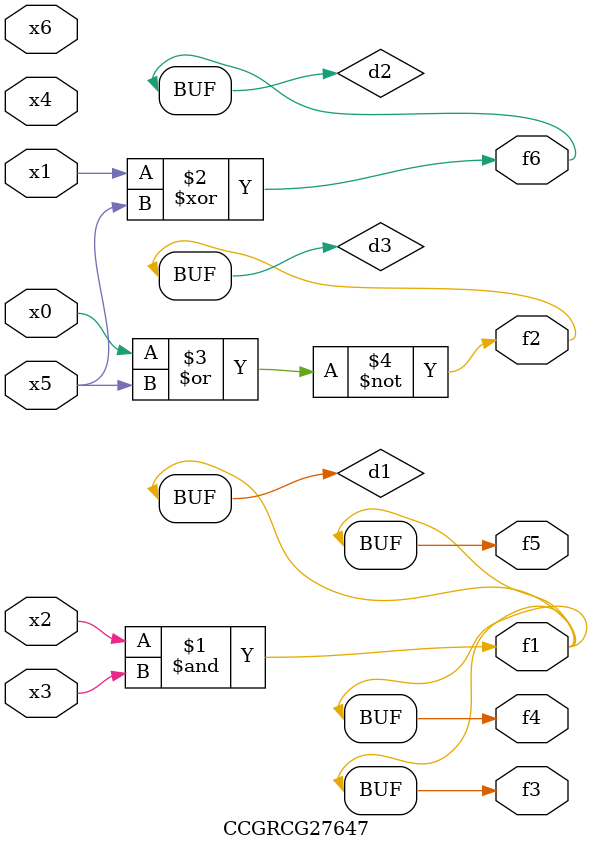
<source format=v>
module CCGRCG27647(
	input x0, x1, x2, x3, x4, x5, x6,
	output f1, f2, f3, f4, f5, f6
);

	wire d1, d2, d3;

	and (d1, x2, x3);
	xor (d2, x1, x5);
	nor (d3, x0, x5);
	assign f1 = d1;
	assign f2 = d3;
	assign f3 = d1;
	assign f4 = d1;
	assign f5 = d1;
	assign f6 = d2;
endmodule

</source>
